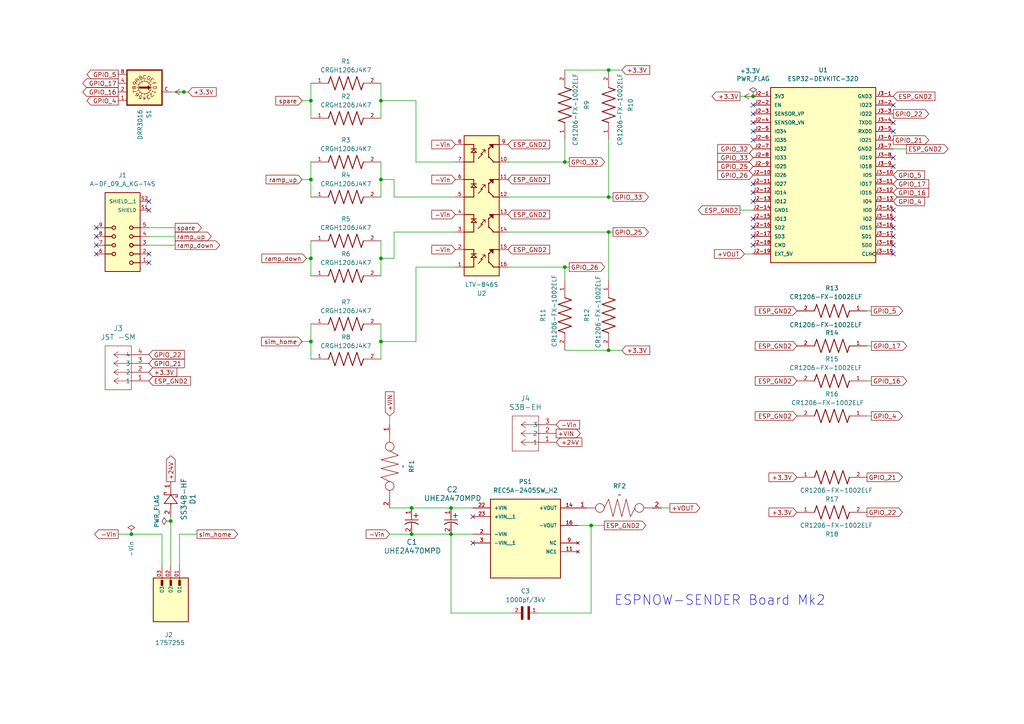
<source format=kicad_sch>
(kicad_sch (version 20250114) (generator "eeschema") (generator_version "9.0")
  (paper "A4")
  (lib_symbols
    (symbol "1757255:1757255" (pin_names (offset 1.016))
      (property "Reference" "J" (at -6.85 5.08 0))
      (property "Value" "1757255" (at -6.35 -7.62 0))
      (symbol "1757255_0_0"
        (pin passive line (at -10.16 2.54 0) (length 5.08) (name "01") (number "01"))
        (pin passive line (at -10.16 0 0) (length 5.08) (name "02") (number "02"))
        (pin passive line (at -10.16 -2.54 0) (length 5.08) (name "03") (number "03"))
      )
    )
    (symbol "CL31B106KAHNNNE:CL31B106KAHNNNE" (pin_names (offset 1.016))
      (property "Reference" "C" (at 0 3.81 0))
      (property "Value" "CL31B106KAHNNNE" (at 0 -5.08 0))
      (symbol "CL31B106KAHNNNE_0_0"
        (pin passive line (at -2.54 0 0) (length 2.54) (name "~") (number "2"))
        (pin passive line (at 5.08 0 180) (length 2.54) (name "~") (number "1"))
      )
    )
    (symbol "CR1206-FX-1002ELF:CR1206-FX-1002ELF" (pin_names (offset 1.016))
      (property "Reference" "R" (at -7.6244 2.5415 0))
      (property "Value" "CR1206-FX-1002ELF" (at -7.63 -5.0866 0))
      (symbol "CR1206-FX-1002ELF_0_0"
        (pin passive line (at -10.16 0 0) (length 5.08) (name "~") (number "1"))
        (pin passive line (at 10.16 0 180) (length 5.08) (name "~") (number "2"))
      )
    )
    (symbol "CRGH1206J4K7:CRGH1206J4K7" (pin_names (offset 1.016))
      (property "Reference" "R" (at -7.6244 2.5415 0))
      (property "Value" "CRGH1206J4K7" (at -7.63 -5.0866 0))
      (symbol "CRGH1206J4K7_0_0"
        (pin passive line (at -10.16 0 0) (length 5.08) (name "~") (number "1"))
        (pin passive line (at 10.16 0 180) (length 5.08) (name "~") (number "2"))
      )
    )
    (symbol "DRR3016:DRR3016" (pin_names (offset 1.016))
      (property "Reference" "S" (at -4.4499 -5.0856 90))
      (property "Value" "DRR3016" (at 8.9007 -5.0861 90))
      (symbol "DRR3016_0_0"
        (pin passive line (at -2.54 7.62 270) (length 2.54) (name "~") (number "1"))
        (pin passive line (at 0 7.62 270) (length 2.54) (name "~") (number "2"))
        (pin passive line (at 0 -7.62 90) (length 2.54) (name "~") (number "C"))
        (pin passive line (at 2.54 7.62 270) (length 2.54) (name "~") (number "4"))
        (pin passive line (at 5.08 7.62 270) (length 2.54) (name "~") (number "8"))
      )
    )
    (symbol "LTV-846S:LTV-846S" (pin_names (offset 1.016))
      (property "Reference" "U" (at -5.08 21.082 0))
      (property "Value" "LTV-846S" (at -5.08 -22.86 0))
      (symbol "LTV-846S_0_0"
        (pin passive line (at -7.62 17.78 0) (length 2.54) (name "~") (number "1"))
        (pin passive line (at -7.62 12.7 0) (length 2.54) (name "~") (number "2"))
        (pin passive line (at -7.62 7.62 0) (length 2.54) (name "~") (number "3"))
        (pin passive line (at -7.62 2.54 0) (length 2.54) (name "~") (number "4"))
        (pin passive line (at -7.62 -2.54 0) (length 2.54) (name "~") (number "5"))
        (pin passive line (at -7.62 -7.62 0) (length 2.54) (name "~") (number "6"))
        (pin passive line (at -7.62 -12.7 0) (length 2.54) (name "~") (number "7"))
        (pin passive line (at -7.62 -17.78 0) (length 2.54) (name "~") (number "8"))
        (pin passive line (at 7.62 17.78 180) (length 2.54) (name "~") (number "16"))
        (pin passive line (at 7.62 12.7 180) (length 2.54) (name "~") (number "15"))
        (pin passive line (at 7.62 7.62 180) (length 2.54) (name "~") (number "14"))
        (pin passive line (at 7.62 2.54 180) (length 2.54) (name "~") (number "13"))
        (pin passive line (at 7.62 -2.54 180) (length 2.54) (name "~") (number "12"))
        (pin passive line (at 7.62 -7.62 180) (length 2.54) (name "~") (number "11"))
        (pin passive line (at 7.62 -12.7 180) (length 2.54) (name "~") (number "10"))
        (pin passive line (at 7.62 -17.78 180) (length 2.54) (name "~") (number "9"))
      )
    )
    (symbol "custom_library:A-DF_09_A_KG-T4S" (pin_names (offset 1.016))
      (property "Reference" "J1" (at -1.524 -19.558 0))
      (property "Value" "A-DF_09_A_KG-T4S" (at -9.906 -16.256 0))
      (symbol "A-DF_09_A_KG-T4S_0_0"
        (pin passive line (at -7.62 7.62 0) (length 2.54) (name "~") (number "1"))
        (pin passive line (at -7.62 5.08 0) (length 2.54) (name "~") (number "2"))
        (pin passive line (at -7.62 2.54 0) (length 2.54) (name "~") (number "3"))
        (pin passive line (at -7.62 0 0) (length 2.54) (name "~") (number "4"))
        (pin passive line (at -7.62 -2.54 0) (length 2.54) (name "~") (number "5"))
        (pin passive line (at -7.62 -7.62 0) (length 2.54) (name "SHIELD") (number "S1"))
        (pin passive line (at -7.62 -10.16 0) (length 2.54) (name "SHIELD__1") (number "S2"))
        (pin power_out line (at 7.62 5.08 180) (length 2.54) (name "~") (number "6"))
        (pin power_out line (at 7.62 2.54 180) (length 2.54) (name "~") (number "7"))
        (pin power_out line (at 7.62 0 180) (length 2.54) (name "~") (number "8"))
        (pin power_out line (at 7.62 -2.54 180) (length 2.54) (name "~") (number "9"))
      )
    )
    (symbol "custom_library:ESP32-DEVKITC-32D" (pin_names (offset 1.016))
      (property "Reference" "U1" (at 0 30.48 0))
      (property "Value" "ESP32-DEVKITC-32D" (at 0 27.94 0))
      (symbol "ESP32-DEVKITC-32D_0_0"
        (pin power_in line (at -20.32 22.86 0) (length 5.08) (name "3V3") (number "J2-1"))
        (pin input line (at -20.32 20.32 0) (length 5.08) (name "EN") (number "J2-2"))
        (pin input line (at -20.32 17.78 0) (length 5.08) (name "SENSOR_VP") (number "J2-3"))
        (pin input line (at -20.32 15.24 0) (length 5.08) (name "SENSOR_VN") (number "J2-4"))
        (pin bidirectional line (at -20.32 12.7 0) (length 5.08) (name "IO34") (number "J2-5"))
        (pin bidirectional line (at -20.32 10.16 0) (length 5.08) (name "IO35") (number "J2-6"))
        (pin bidirectional line (at -20.32 7.62 0) (length 5.08) (name "IO32") (number "J2-7"))
        (pin bidirectional line (at -20.32 5.08 0) (length 5.08) (name "IO33") (number "J2-8"))
        (pin bidirectional line (at -20.32 2.54 0) (length 5.08) (name "IO25") (number "J2-9"))
        (pin bidirectional line (at -20.32 0 0) (length 5.08) (name "IO26") (number "J2-10"))
        (pin bidirectional line (at -20.32 -2.54 0) (length 5.08) (name "IO27") (number "J2-11"))
        (pin bidirectional line (at -20.32 -5.08 0) (length 5.08) (name "IO14") (number "J2-12"))
        (pin bidirectional line (at -20.32 -7.62 0) (length 5.08) (name "IO12") (number "J2-13"))
        (pin power_in line (at -20.32 -10.16 0) (length 5.08) (name "GND1") (number "J2-14"))
        (pin bidirectional line (at -20.32 -12.7 0) (length 5.08) (name "IO13") (number "J2-15"))
        (pin bidirectional line (at -20.32 -15.24 0) (length 5.08) (name "SD2") (number "J2-16"))
        (pin bidirectional line (at -20.32 -17.78 0) (length 5.08) (name "SD3") (number "J2-17"))
        (pin bidirectional line (at -20.32 -20.32 0) (length 5.08) (name "CMD") (number "J2-18"))
        (pin power_in line (at -20.32 -22.86 0) (length 5.08) (name "EXT_5V") (number "J2-19"))
        (pin power_in line (at 20.32 22.86 180) (length 5.08) (name "GND3") (number "J3-1"))
        (pin bidirectional line (at 20.32 20.32 180) (length 5.08) (name "IO23") (number "J3-2"))
        (pin bidirectional line (at 20.32 17.78 180) (length 5.08) (name "IO22") (number "J3-3"))
        (pin output line (at 20.32 15.24 180) (length 5.08) (name "TXD0") (number "J3-4"))
        (pin input line (at 20.32 12.7 180) (length 5.08) (name "RXD0") (number "J3-5"))
        (pin bidirectional line (at 20.32 10.16 180) (length 5.08) (name "IO21") (number "J3-6"))
        (pin power_out line (at 20.32 7.62 180) (length 5.08) (name "GND2") (number "J3-7"))
        (pin bidirectional line (at 20.32 5.08 180) (length 5.08) (name "IO19") (number "J3-8"))
        (pin bidirectional line (at 20.32 2.54 180) (length 5.08) (name "IO18") (number "J3-9"))
        (pin bidirectional line (at 20.32 0 180) (length 5.08) (name "IO5") (number "J3-10"))
        (pin bidirectional line (at 20.32 -2.54 180) (length 5.08) (name "IO17") (number "J3-11"))
        (pin bidirectional line (at 20.32 -5.08 180) (length 5.08) (name "IO16") (number "J3-12"))
        (pin bidirectional line (at 20.32 -7.62 180) (length 5.08) (name "IO4") (number "J3-13"))
        (pin bidirectional line (at 20.32 -10.16 180) (length 5.08) (name "IO0") (number "J3-14"))
        (pin bidirectional line (at 20.32 -12.7 180) (length 5.08) (name "IO2") (number "J3-15"))
        (pin bidirectional line (at 20.32 -15.24 180) (length 5.08) (name "IO15") (number "J3-16"))
        (pin bidirectional line (at 20.32 -17.78 180) (length 5.08) (name "SD1") (number "J3-17"))
        (pin bidirectional line (at 20.32 -20.32 180) (length 5.08) (name "SD0") (number "J3-18"))
        (pin input clock (at 20.32 -22.86 180) (length 5.08) (name "CLK") (number "J3-19"))
      )
    )
    (symbol "custom_library:JCT" (pin_names (offset 0.254))
      (property "Reference" "J3" (at 8.89 -15.24 0))
      (property "Value" "JCT" (at 8.89 -12.7 0))
      (symbol "JCT_1_1"
        (pin power_in line (at 0 0 0) (length 5.08) (name "1") (number "1"))
        (pin power_in line (at 0 -2.54 0) (length 5.08) (name "2") (number "2"))
        (pin input line (at 0 -5.08 0) (length 5.08) (name "3") (number "3"))
        (pin input line (at 0 -7.62 0) (length 5.08) (name "4") (number "4"))
      )
      (symbol "JCT_1_2"
        (pin unspecified line (at 0 0 0) (length 5.08) (name "1") (number "1"))
        (pin unspecified line (at 0 -2.54 0) (length 5.08) (name "2") (number "2"))
        (pin unspecified line (at 0 -5.08 0) (length 5.08) (name "3") (number "3"))
        (pin unspecified line (at 0 -7.62 0) (length 5.08) (name "4") (number "4"))
      )
    )
    (symbol "custom_library:REC5A-2405SW_H2" (pin_names (offset 1.016))
      (property "Reference" "PS1" (at 0 12.7 0))
      (property "Value" "REC5A-2405SW_H2" (at 0 10.16 0))
      (symbol "REC5A-2405SW_H2_0_0"
        (pin power_in line (at -15.24 5.08 0) (length 5.08) (name "+VIN") (number "22"))
        (pin input line (at -15.24 2.54 0) (length 5.08) (name "+VIN__1") (number "23"))
        (pin power_in line (at -15.24 -2.54 0) (length 5.08) (name "-VIN") (number "2"))
        (pin input line (at -15.24 -5.08 0) (length 5.08) (name "-VIN__1") (number "3"))
        (pin power_out line (at 15.24 5.08 180) (length 5.08) (name "+VOUT") (number "14"))
        (pin power_in line (at 15.24 0 180) (length 5.08) (name "-VOUT") (number "16"))
        (pin no_connect line (at 15.24 -5.08 180) (length 5.08) (name "NC") (number "9"))
        (pin no_connect line (at 15.24 -7.62 180) (length 5.08) (name "NC1") (number "11"))
      )
    )
    (symbol "custom_library:S3B-EH" (pin_names (offset 0.254))
      (property "Reference" "J" (at 8.89 6.35 0))
      (property "Value" "S3B-EH" (at 0 0 0))
      (symbol "S3B-EH_1_1"
        (pin power_in line (at 0 0 0) (length 5.08) (name "1") (number "1"))
        (pin power_out line (at 0 -2.54 0) (length 5.08) (name "2") (number "2"))
        (pin power_in line (at 0 -5.08 0) (length 5.08) (name "3") (number "3"))
      )
      (symbol "S3B-EH_1_2"
        (pin unspecified line (at 0 0 0) (length 5.08) (name "1") (number "1"))
        (pin unspecified line (at 0 -2.54 0) (length 5.08) (name "2") (number "2"))
        (pin unspecified line (at 0 -5.08 0) (length 5.08) (name "3") (number "3"))
      )
    )
    (symbol "custom_library:SS34B-HF" (pin_names (offset 0.254))
      (property "Reference" "D1" (at 10.16 7.112 0))
      (property "Value" "SS34B-HF" (at 10.922 4.318 0))
      (symbol "SS34B-HF_0_1"
        (pin power_in line (at 0 0 0) (length 2.54) (name "") (number "2"))
        (pin power_out line (at 10.16 0 180) (length 2.54) (name "") (number "1"))
      )
    )
    (symbol "custom_library:UHE2A470MPD" (pin_names (offset 0.254))
      (property "Reference" "C1" (at -5.334 -0.508 90))
      (property "Value" "UHE2A470MPD" (at -2.794 6.096 90))
      (symbol "UHE2A470MPD_1_1"
        (pin passive line (at 0 0 0) (length 2.54) (name "") (number "1"))
        (pin passive line (at 7.62 0 180) (length 2.54) (name "") (number "2"))
      )
      (symbol "UHE2A470MPD_1_2"
        (pin unspecified line (at 0 0 270) (length 2.54) (name "") (number "2"))
        (pin unspecified line (at 0 -7.62 90) (length 2.54) (name "") (number "1"))
      )
    )
    (symbol "custom_library:reset_fuse"
      (property "Reference" "RF1" (at -0.635 6.35 0))
      (property "Value" "~" (at -0.635 3.81 0))
      (symbol "reset_fuse_1_1"
        (pin power_in line (at -12.7 0 0) (length 2.54) (name "") (number "1"))
        (pin power_out line (at 11.43 0 180) (length 2.54) (name "") (number "2"))
      )
    )
    (symbol "power:+3.3V" (power) (pin_numbers (hide yes)) (pin_names (offset 0) (hide yes))
      (property "Value" "+3.3V" (at 0 3.556 0))
      (symbol "+3.3V_1_1"
        (pin power_in line (at 0 0 90) (length 0) (name "~") (number "1"))
      )
    )
    (symbol "power:PWR_FLAG" (power) (pin_numbers (hide yes)) (pin_names (offset 0) (hide yes))
      (property "Value" "PWR_FLAG" (at 0 3.81 0))
      (symbol "PWR_FLAG_0_0"
        (pin power_out line (at 0 0 90) (length 0) (name "~") (number "1"))
      )
    )
  )
  (text "ESPNOW-SENDER Board Mk2\n" (at 208.788 174.244 0) (effects (font (size 2.794 2.794))))
  (junction (at 176.53 67.31))
  (junction (at 130.81 154.94))
  (junction (at 110.49 99.06))
  (junction (at 90.17 99.06))
  (junction (at 176.53 101.6))
  (junction (at 119.38 154.94))
  (junction (at 110.49 74.93))
  (junction (at 53.34 26.67))
  (junction (at 38.1 154.94))
  (junction (at 90.17 74.93))
  (junction (at 163.83 46.99))
  (junction (at 90.17 52.07))
  (junction (at 90.17 29.21))
  (junction (at 176.53 20.32))
  (junction (at 110.49 52.07))
  (junction (at 171.45 152.4))
  (junction (at 176.53 57.15))
  (junction (at 130.81 147.32))
  (junction (at 110.49 29.21))
  (junction (at 119.38 147.32))
  (junction (at 49.53 151.13))
  (junction (at 163.83 77.47))
  (junction (at 218.44 27.94))
  (no_connect (at 43.18 76.2))
  (no_connect (at 259.08 71.12))
  (no_connect (at 259.08 48.26))
  (no_connect (at 218.44 30.48))
  (no_connect (at 218.44 68.58))
  (no_connect (at 259.08 38.1))
  (no_connect (at 218.44 71.12))
  (no_connect (at 218.44 55.88))
  (no_connect (at 218.44 35.56))
  (no_connect (at 43.18 73.66))
  (no_connect (at 259.08 68.58))
  (no_connect (at 259.08 60.96))
  (no_connect (at 259.08 45.72))
  (no_connect (at 218.44 53.34))
  (no_connect (at 259.08 63.5))
  (no_connect (at 259.08 35.56))
  (no_connect (at 27.94 71.12))
  (no_connect (at 259.08 66.04))
  (no_connect (at 218.44 58.42))
  (no_connect (at 259.08 73.66))
  (no_connect (at 27.94 66.04))
  (no_connect (at 259.08 30.48))
  (no_connect (at 218.44 40.64))
  (no_connect (at 218.44 38.1))
  (no_connect (at 43.18 58.42))
  (no_connect (at 218.44 63.5))
  (no_connect (at 137.16 149.86))
  (no_connect (at 218.44 33.02))
  (no_connect (at 43.18 60.96))
  (no_connect (at 27.94 68.58))
  (no_connect (at 137.16 157.48))
  (no_connect (at 218.44 66.04))
  (no_connect (at 27.94 73.66))
  (wire (pts (xy 113.03 123.19) (xy 113.03 120.65)))
  (wire (pts (xy 110.49 69.85) (xy 110.49 74.93)))
  (wire (pts (xy 191.77 147.32) (xy 194.31 147.32)))
  (wire (pts (xy 252.73 110.49) (xy 251.46 110.49)))
  (wire (pts (xy 38.1 154.94) (xy 34.29 154.94)))
  (wire (pts (xy 110.49 99.06) (xy 120.65 99.06)))
  (wire (pts (xy 54.61 26.67) (xy 53.34 26.67)))
  (wire (pts (xy 119.38 154.94) (xy 130.81 154.94)))
  (wire (pts (xy 114.3 74.93) (xy 114.3 67.31)))
  (wire (pts (xy 90.17 46.99) (xy 90.17 52.07)))
  (wire (pts (xy 167.64 152.4) (xy 171.45 152.4)))
  (wire (pts (xy 214.63 60.96) (xy 218.44 60.96)))
  (wire (pts (xy 171.45 177.8) (xy 171.45 152.4)))
  (wire (pts (xy 147.32 77.47) (xy 163.83 77.47)))
  (wire (pts (xy 130.81 177.8) (xy 148.59 177.8)))
  (wire (pts (xy 130.81 177.8) (xy 130.81 154.94)))
  (wire (pts (xy 114.3 57.15) (xy 132.08 57.15)))
  (wire (pts (xy 90.17 24.13) (xy 90.17 29.21)))
  (wire (pts (xy 176.53 67.31) (xy 176.53 81.28)))
  (wire (pts (xy 113.03 147.32) (xy 119.38 147.32)))
  (wire (pts (xy 176.53 67.31) (xy 177.8 67.31)))
  (wire (pts (xy 163.83 20.32) (xy 176.53 20.32)))
  (wire (pts (xy 46.99 163.83) (xy 46.99 154.94)))
  (wire (pts (xy 114.3 67.31) (xy 132.08 67.31)))
  (wire (pts (xy 252.73 90.17) (xy 251.46 90.17)))
  (wire (pts (xy 110.49 99.06) (xy 110.49 104.14)))
  (wire (pts (xy 110.49 93.98) (xy 110.49 99.06)))
  (wire (pts (xy 90.17 69.85) (xy 90.17 74.93)))
  (wire (pts (xy 156.21 177.8) (xy 171.45 177.8)))
  (wire (pts (xy 110.49 74.93) (xy 110.49 80.01)))
  (wire (pts (xy 88.9 74.93) (xy 90.17 74.93)))
  (wire (pts (xy 90.17 74.93) (xy 90.17 80.01)))
  (wire (pts (xy 163.83 40.64) (xy 163.83 46.99)))
  (wire (pts (xy 147.32 67.31) (xy 176.53 67.31)))
  (wire (pts (xy 252.73 120.65) (xy 251.46 120.65)))
  (wire (pts (xy 113.03 154.94) (xy 119.38 154.94)))
  (wire (pts (xy 87.63 52.07) (xy 90.17 52.07)))
  (wire (pts (xy 119.38 147.32) (xy 130.81 147.32)))
  (wire (pts (xy 90.17 93.98) (xy 90.17 99.06)))
  (wire (pts (xy 52.07 154.94) (xy 57.15 154.94)))
  (wire (pts (xy 215.9 73.66) (xy 218.44 73.66)))
  (wire (pts (xy 49.53 149.86) (xy 49.53 151.13)))
  (wire (pts (xy 120.65 46.99) (xy 132.08 46.99)))
  (wire (pts (xy 43.18 71.12) (xy 50.8 71.12)))
  (wire (pts (xy 110.49 29.21) (xy 110.49 34.29)))
  (wire (pts (xy 110.49 24.13) (xy 110.49 29.21)))
  (wire (pts (xy 110.49 74.93) (xy 114.3 74.93)))
  (wire (pts (xy 49.53 151.13) (xy 49.53 163.83)))
  (wire (pts (xy 163.83 81.28) (xy 163.83 77.47)))
  (wire (pts (xy 137.16 154.94) (xy 130.81 154.94)))
  (wire (pts (xy 46.99 154.94) (xy 38.1 154.94)))
  (wire (pts (xy 259.08 43.18) (xy 262.89 43.18)))
  (wire (pts (xy 53.34 26.67) (xy 49.53 26.67)))
  (wire (pts (xy 171.45 152.4) (xy 175.26 152.4)))
  (wire (pts (xy 90.17 99.06) (xy 90.17 104.14)))
  (wire (pts (xy 252.73 100.33) (xy 251.46 100.33)))
  (wire (pts (xy 52.07 154.94) (xy 52.07 163.83)))
  (wire (pts (xy 163.83 46.99) (xy 165.1 46.99)))
  (wire (pts (xy 87.63 99.06) (xy 90.17 99.06)))
  (wire (pts (xy 114.3 52.07) (xy 114.3 57.15)))
  (wire (pts (xy 110.49 52.07) (xy 114.3 52.07)))
  (wire (pts (xy 176.53 57.15) (xy 177.8 57.15)))
  (wire (pts (xy 163.83 77.47) (xy 165.1 77.47)))
  (wire (pts (xy 147.32 57.15) (xy 176.53 57.15)))
  (wire (pts (xy 176.53 20.32) (xy 180.34 20.32)))
  (wire (pts (xy 90.17 29.21) (xy 90.17 34.29)))
  (wire (pts (xy 43.18 66.04) (xy 50.8 66.04)))
  (wire (pts (xy 120.65 29.21) (xy 120.65 46.99)))
  (wire (pts (xy 90.17 52.07) (xy 90.17 57.15)))
  (wire (pts (xy 130.81 147.32) (xy 137.16 147.32)))
  (wire (pts (xy 110.49 46.99) (xy 110.49 52.07)))
  (wire (pts (xy 110.49 52.07) (xy 110.49 57.15)))
  (wire (pts (xy 120.65 99.06) (xy 120.65 77.47)))
  (wire (pts (xy 147.32 46.99) (xy 163.83 46.99)))
  (wire (pts (xy 110.49 29.21) (xy 120.65 29.21)))
  (wire (pts (xy 163.83 101.6) (xy 176.53 101.6)))
  (wire (pts (xy 176.53 40.64) (xy 176.53 57.15)))
  (wire (pts (xy 43.18 68.58) (xy 50.8 68.58)))
  (wire (pts (xy 176.53 101.6) (xy 180.34 101.6)))
  (wire (pts (xy 120.65 77.47) (xy 132.08 77.47)))
  (wire (pts (xy 214.63 27.94) (xy 218.44 27.94)))
  (wire (pts (xy 87.63 29.21) (xy 90.17 29.21)))
  (global_label "GPIO_32" (shape input) (at 218.44 43.18 180) (property "Intersheetrefs" "${INTERSHEET_REFS}" (effects (hide yes))))
  (global_label "ESP_GND2" (shape input) (at 147.32 41.91 0) (property "Intersheetrefs" "${INTERSHEET_REFS}" (effects (hide yes))))
  (global_label "+3.3V" (shape input) (at 231.14 148.59 180) (property "Intersheetrefs" "${INTERSHEET_REFS}" (effects (hide yes))))
  (global_label "spare" (shape input) (at 87.63 29.21 180) (property "Intersheetrefs" "${INTERSHEET_REFS}" (effects (hide yes))))
  (global_label "GPIO_22" (shape output) (at 259.08 33.02 0) (property "Intersheetrefs" "${INTERSHEET_REFS}" (effects (hide yes))))
  (global_label "-Vin" (shape input) (at 161.29 123.19 0) (property "Intersheetrefs" "${INTERSHEET_REFS}" (effects (hide yes))))
  (global_label "+3.3V" (shape output) (at 214.63 27.94 180) (property "Intersheetrefs" "${INTERSHEET_REFS}" (effects (hide yes))))
  (global_label "-Vin" (shape input) (at 132.08 41.91 180) (property "Intersheetrefs" "${INTERSHEET_REFS}" (effects (hide yes))))
  (global_label "ESP_GND2" (shape input) (at 147.32 52.07 0) (property "Intersheetrefs" "${INTERSHEET_REFS}" (effects (hide yes))))
  (global_label "spare" (shape output) (at 50.8 66.04 0) (property "Intersheetrefs" "${INTERSHEET_REFS}" (effects (hide yes))))
  (global_label "-Vin" (shape input) (at 132.08 52.07 180) (property "Intersheetrefs" "${INTERSHEET_REFS}" (effects (hide yes))))
  (global_label "GPIO_21" (shape output) (at 251.46 138.43 0) (property "Intersheetrefs" "${INTERSHEET_REFS}" (effects (hide yes))))
  (global_label "GPIO_4" (shape output) (at 34.29 29.21 180) (property "Intersheetrefs" "${INTERSHEET_REFS}" (effects (hide yes))))
  (global_label "+24V" (shape output) (at 49.53 139.7 90) (property "Intersheetrefs" "${INTERSHEET_REFS}" (effects (hide yes))))
  (global_label "GPIO_21" (shape input) (at 43.18 105.41 0) (property "Intersheetrefs" "${INTERSHEET_REFS}" (effects (hide yes))))
  (global_label "-Vin" (shape output) (at 34.29 154.94 180) (property "Intersheetrefs" "${INTERSHEET_REFS}" (effects (hide yes))))
  (global_label "ESP_GND2" (shape output) (at 175.26 152.4 0) (property "Intersheetrefs" "${INTERSHEET_REFS}" (effects (hide yes))))
  (global_label "ESP_GND2" (shape input) (at 231.14 110.49 180) (property "Intersheetrefs" "${INTERSHEET_REFS}" (effects (hide yes))))
  (global_label "+VIN" (shape output) (at 161.29 125.73 0) (property "Intersheetrefs" "${INTERSHEET_REFS}" (effects (hide yes))))
  (global_label "GPIO_5" (shape output) (at 34.29 21.59 180) (property "Intersheetrefs" "${INTERSHEET_REFS}" (effects (hide yes))))
  (global_label "ESP_GND2" (shape input) (at 259.08 27.94 0) (property "Intersheetrefs" "${INTERSHEET_REFS}" (effects (hide yes))))
  (global_label "ESP_GND2" (shape input) (at 147.32 72.39 0) (property "Intersheetrefs" "${INTERSHEET_REFS}" (effects (hide yes))))
  (global_label "sim_home" (shape input) (at 87.63 99.06 180) (property "Intersheetrefs" "${INTERSHEET_REFS}" (effects (hide yes))))
  (global_label "ESP_GND2" (shape output) (at 214.63 60.96 180) (property "Intersheetrefs" "${INTERSHEET_REFS}" (effects (hide yes))))
  (global_label "+VIN" (shape input) (at 113.03 120.65 90) (property "Intersheetrefs" "${INTERSHEET_REFS}" (effects (hide yes))))
  (global_label "GPIO_5" (shape input) (at 259.08 50.8 0) (property "Intersheetrefs" "${INTERSHEET_REFS}" (effects (hide yes))))
  (global_label "ramp_down" (shape output) (at 50.8 71.12 0) (property "Intersheetrefs" "${INTERSHEET_REFS}" (effects (hide yes))))
  (global_label "+24V" (shape input) (at 161.29 128.27 0) (property "Intersheetrefs" "${INTERSHEET_REFS}" (effects (hide yes))))
  (global_label "GPIO_25" (shape output) (at 177.8 67.31 0) (property "Intersheetrefs" "${INTERSHEET_REFS}" (effects (hide yes))))
  (global_label "GPIO_26" (shape input) (at 218.44 50.8 180) (property "Intersheetrefs" "${INTERSHEET_REFS}" (effects (hide yes))))
  (global_label "-Vin" (shape input) (at 113.03 154.94 180) (property "Intersheetrefs" "${INTERSHEET_REFS}" (effects (hide yes))))
  (global_label "GPIO_16" (shape input) (at 259.08 55.88 0) (property "Intersheetrefs" "${INTERSHEET_REFS}" (effects (hide yes))))
  (global_label "-Vin" (shape input) (at 132.08 72.39 180) (property "Intersheetrefs" "${INTERSHEET_REFS}" (effects (hide yes))))
  (global_label "+3.3V" (shape input) (at 180.34 20.32 0) (property "Intersheetrefs" "${INTERSHEET_REFS}" (effects (hide yes))))
  (global_label "GPIO_32" (shape output) (at 165.1 46.99 0) (property "Intersheetrefs" "${INTERSHEET_REFS}" (effects (hide yes))))
  (global_label "GPIO_5" (shape output) (at 252.73 90.17 0) (property "Intersheetrefs" "${INTERSHEET_REFS}" (effects (hide yes))))
  (global_label "GPIO_16" (shape output) (at 34.29 26.67 180) (property "Intersheetrefs" "${INTERSHEET_REFS}" (effects (hide yes))))
  (global_label "+3.3V" (shape input) (at 180.34 101.6 0) (property "Intersheetrefs" "${INTERSHEET_REFS}" (effects (hide yes))))
  (global_label "+3.3V" (shape input) (at 43.18 107.95 0) (property "Intersheetrefs" "${INTERSHEET_REFS}" (effects (hide yes))))
  (global_label "GPIO_25" (shape input) (at 218.44 48.26 180) (property "Intersheetrefs" "${INTERSHEET_REFS}" (effects (hide yes))))
  (global_label "-Vin" (shape input) (at 132.08 62.23 180) (property "Intersheetrefs" "${INTERSHEET_REFS}" (effects (hide yes))))
  (global_label "+VOUT" (shape output) (at 194.31 147.32 0) (property "Intersheetrefs" "${INTERSHEET_REFS}" (effects (hide yes))))
  (global_label "sim_home" (shape output) (at 57.15 154.94 0) (property "Intersheetrefs" "${INTERSHEET_REFS}" (effects (hide yes))))
  (global_label "GPIO_22" (shape output) (at 251.46 148.59 0) (property "Intersheetrefs" "${INTERSHEET_REFS}" (effects (hide yes))))
  (global_label "+VOUT" (shape input) (at 215.9 73.66 180) (property "Intersheetrefs" "${INTERSHEET_REFS}" (effects (hide yes))))
  (global_label "GPIO_22" (shape input) (at 43.18 102.87 0) (property "Intersheetrefs" "${INTERSHEET_REFS}" (effects (hide yes))))
  (global_label "ramp_down" (shape input) (at 88.9 74.93 180) (property "Intersheetrefs" "${INTERSHEET_REFS}" (effects (hide yes))))
  (global_label "GPIO_26" (shape output) (at 165.1 77.47 0) (property "Intersheetrefs" "${INTERSHEET_REFS}" (effects (hide yes))))
  (global_label "GPIO_4" (shape input) (at 259.08 58.42 0) (property "Intersheetrefs" "${INTERSHEET_REFS}" (effects (hide yes))))
  (global_label "GPIO_17" (shape output) (at 252.73 100.33 0) (property "Intersheetrefs" "${INTERSHEET_REFS}" (effects (hide yes))))
  (global_label "GPIO_33" (shape output) (at 177.8 57.15 0) (property "Intersheetrefs" "${INTERSHEET_REFS}" (effects (hide yes))))
  (global_label "+3.3V" (shape input) (at 54.61 26.67 0) (property "Intersheetrefs" "${INTERSHEET_REFS}" (effects (hide yes))))
  (global_label "ESP_GND2" (shape input) (at 231.14 90.17 180) (property "Intersheetrefs" "${INTERSHEET_REFS}" (effects (hide yes))))
  (global_label "ESP_GND2" (shape input) (at 43.18 110.49 0) (property "Intersheetrefs" "${INTERSHEET_REFS}" (effects (hide yes))))
  (global_label "ramp_up" (shape output) (at 50.8 68.58 0) (property "Intersheetrefs" "${INTERSHEET_REFS}" (effects (hide yes))))
  (global_label "ESP_GND2" (shape output) (at 262.89 43.18 0) (property "Intersheetrefs" "${INTERSHEET_REFS}" (effects (hide yes))))
  (global_label "GPIO_4" (shape output) (at 252.73 120.65 0) (property "Intersheetrefs" "${INTERSHEET_REFS}" (effects (hide yes))))
  (global_label "GPIO_21" (shape output) (at 259.08 40.64 0) (property "Intersheetrefs" "${INTERSHEET_REFS}" (effects (hide yes))))
  (global_label "ESP_GND2" (shape input) (at 231.14 100.33 180) (property "Intersheetrefs" "${INTERSHEET_REFS}" (effects (hide yes))))
  (global_label "GPIO_17" (shape output) (at 34.29 24.13 180) (property "Intersheetrefs" "${INTERSHEET_REFS}" (effects (hide yes))))
  (global_label "ramp_up" (shape input) (at 87.63 52.07 180) (property "Intersheetrefs" "${INTERSHEET_REFS}" (effects (hide yes))))
  (global_label "ESP_GND2" (shape input) (at 231.14 120.65 180) (property "Intersheetrefs" "${INTERSHEET_REFS}" (effects (hide yes))))
  (global_label "GPIO_33" (shape input) (at 218.44 45.72 180) (property "Intersheetrefs" "${INTERSHEET_REFS}" (effects (hide yes))))
  (global_label "+3.3V" (shape input) (at 231.14 138.43 180) (property "Intersheetrefs" "${INTERSHEET_REFS}" (effects (hide yes))))
  (global_label "ESP_GND2" (shape input) (at 147.32 62.23 0) (property "Intersheetrefs" "${INTERSHEET_REFS}" (effects (hide yes))))
  (global_label "GPIO_17" (shape input) (at 259.08 53.34 0) (property "Intersheetrefs" "${INTERSHEET_REFS}" (effects (hide yes))))
  (global_label "GPIO_16" (shape output) (at 252.73 110.49 0) (property "Intersheetrefs" "${INTERSHEET_REFS}" (effects (hide yes))))
  (symbol (lib_id "custom_library:JCT") (at 43.18 110.49 180) (unit 1)
    (property "Reference" "J3" (at 34.29 95.25 0) (effects (font (size 1.524 1.524))))
    (property "Value" "JST -SM" (at 34.29 97.79 0) (effects (font (size 1.524 1.524))))
    (property "Footprint" "footprints:CONN_BM04B-SRSS-TB_SPK" (effects (hide yes)))
    (property "Datasheet" "PRT-16766" (effects (hide yes)))
  )
  (symbol (lib_id "custom_library:A-DF_09_A_KG-T4S") (at 35.56 68.58 180) (unit 1)
    (property "Reference" "J1" (at 35.56 50.8 0))
    (property "Value" "A-DF_09_A_KG-T4S" (at 35.56 53.34 0))
    (property "Footprint" "footprints:ASSMANN_A-DF_09_A_KG-T4S" (effects (hide yes)))
    (property "PARTREV" "05" (effects (hide yes)))
    (property "MANUFACTURER" "Assmann WSW Components" (effects (hide yes)))
    (property "MAXIMUM_PACKAGE_HEIGHT" "12.8mm" (effects (hide yes)))
    (property "STANDARD" "Manufacturer Recommendations" (effects (hide yes)))
  )
  (symbol (lib_id "CRGH1206J4K7:CRGH1206J4K7") (at 100.33 34.29 0) (unit 1)
    (property "Reference" "R2" (at 100.33 27.94 0))
    (property "Value" "CRGH1206J4K7" (at 100.33 30.48 0))
    (property "Footprint" "footprints:RESC3115X65N" (effects (hide yes)))
  )
  (symbol (lib_id "custom_library:SS34B-HF") (at 49.53 149.86 90) (unit 1)
    (property "Reference" "D1" (at 55.88 144.78 0) (effects (font (size 1.524 1.524))))
    (property "Value" "SS34B-HF" (at 53.34 144.78 0) (effects (font (size 1.524 1.524))))
    (property "Footprint" "footprints:DO214AASMB_CIP-L" (effects (hide yes)))
    (property "Datasheet" "SS34B-HF" (effects (hide yes)))
  )
  (symbol (lib_id "CRGH1206J4K7:CRGH1206J4K7") (at 100.33 104.14 0) (unit 1)
    (property "Reference" "R8" (at 100.33 97.79 0))
    (property "Value" "CRGH1206J4K7" (at 100.33 100.33 0))
    (property "Footprint" "footprints:RESC3115X65N" (effects (hide yes)))
  )
  (symbol (lib_id "CL31B106KAHNNNE:CL31B106KAHNNNE") (at 151.13 177.8 0) (unit 1)
    (property "Reference" "C3" (at 152.4 171.45 0))
    (property "Value" "1000pf/3kV" (at 152.4 173.99 0))
    (property "Footprint" "footprints:CAPC3216X180N" (effects (hide yes)))
  )
  (symbol (lib_id "CR1206-FX-1002ELF:CR1206-FX-1002ELF") (at 176.53 91.44 270) (unit 1)
    (property "Reference" "R12" (at 170.18 91.44 0))
    (property "Value" "CR1206-FX-1002ELF" (at 173.482 90.424 0))
    (property "Footprint" "footprints:RESC3216X75N" (effects (hide yes)))
  )
  (symbol (lib_id "CR1206-FX-1002ELF:CR1206-FX-1002ELF") (at 241.3 90.17 180) (unit 1)
    (property "Reference" "R14" (at 241.3 96.52 0))
    (property "Value" "CR1206-FX-1002ELF" (at 239.522 86.106 0))
    (property "Footprint" "footprints:RESC3216X75N" (effects (hide yes)))
  )
  (symbol (lib_id "power:+3.3V") (at 53.34 26.67 90) (unit 1)
    (property "Reference" "#PWR013" (effects (hide yes)))
    (property "Value" "+3.3V" (effects (hide yes)))
    (property "Description" "Power symbol creates a global label with name \"+3.3V\"" (effects (hide yes)))
  )
  (symbol (lib_id "CRGH1206J4K7:CRGH1206J4K7") (at 100.33 24.13 0) (unit 1)
    (property "Reference" "R1" (at 100.33 17.78 0))
    (property "Value" "CRGH1206J4K7" (at 100.33 20.32 0))
    (property "Footprint" "footprints:RESC3115X65N" (effects (hide yes)))
  )
  (symbol (lib_id "CR1206-FX-1002ELF:CR1206-FX-1002ELF") (at 241.3 120.65 180) (unit 1)
    (property "Reference" "R16" (at 241.3 114.3 0))
    (property "Value" "CR1206-FX-1002ELF" (at 240.03 116.84 0))
    (property "Footprint" "footprints:RESC3216X75N" (effects (hide yes)))
  )
  (symbol (lib_id "CR1206-FX-1002ELF:CR1206-FX-1002ELF") (at 163.83 91.44 270) (unit 1)
    (property "Reference" "R11" (at 157.48 91.44 0))
    (property "Value" "CR1206-FX-1002ELF" (at 160.782 90.17 0))
    (property "Footprint" "footprints:RESC3216X75N" (effects (hide yes)))
  )
  (symbol (lib_id "power:+3.3V") (at 218.44 27.94 90) (unit 1)
    (property "Reference" "#PWR03" (effects (hide yes)))
    (property "Value" "+3.3V" (at 220.472 20.574 90) (effects (justify left)))
    (property "Description" "Power symbol creates a global label with name \"+3.3V\"" (effects (hide yes)))
  )
  (symbol (lib_id "CRGH1206J4K7:CRGH1206J4K7") (at 100.33 57.15 0) (unit 1)
    (property "Reference" "R4" (at 100.33 50.8 0))
    (property "Value" "CRGH1206J4K7" (at 100.33 53.34 0))
    (property "Footprint" "footprints:RESC3015X65N" (effects (hide yes)))
  )
  (symbol (lib_id "custom_library:UHE2A470MPD") (at 119.38 147.32 270) (unit 1)
    (property "Reference" "C1" (at 117.856 157.226 90) (effects (font (size 1.524 1.524)) (justify left)))
    (property "Value" "UHE2A470MPD" (at 111.252 159.766 90) (effects (font (size 1.524 1.524)) (justify left)))
    (property "Footprint" "footprints:PCAP_10x12_5-THRU-ELECT_NCA" (effects (hide yes)))
    (property "Datasheet" "UHE2A470MPD" (effects (hide yes)))
  )
  (symbol (lib_id "custom_library:UHE2A470MPD") (at 130.81 147.32 270) (unit 1)
    (property "Reference" "C2" (at 129.54 141.986 90) (effects (font (size 1.524 1.524)) (justify left)))
    (property "Value" "UHE2A470MPD" (at 122.936 144.526 90) (effects (font (size 1.524 1.524)) (justify left)))
    (property "Footprint" "footprints:PCAP_10x12_5-THRU-ELECT_NCA" (effects (hide yes)))
    (property "Datasheet" "UHE2A470MPD" (effects (hide yes)))
  )
  (symbol (lib_id "CR1206-FX-1002ELF:CR1206-FX-1002ELF") (at 176.53 30.48 90) (unit 1)
    (property "Reference" "R10" (at 182.88 30.48 0))
    (property "Value" "CR1206-FX-1002ELF" (at 179.832 31.75 0))
    (property "Footprint" "footprints:RESC3216X75N" (effects (hide yes)))
  )
  (symbol (lib_id "power:PWR_FLAG") (at 218.44 27.94 0) (unit 1)
    (property "Reference" "#FLG04" (effects (hide yes)))
    (property "Value" "PWR_FLAG" (at 218.44 22.86 0))
    (property "Description" "Special symbol for telling ERC where power comes from" (effects (hide yes)))
  )
  (symbol (lib_id "power:PWR_FLAG") (at 38.1 154.94 0) (unit 1)
    (property "Reference" "#FLG01" (effects (hide yes)))
    (property "Value" "-Vin" (at 38.1 161.544 90) (effects (justify left)))
    (property "Description" "Special symbol for telling ERC where power comes from" (effects (hide yes)))
  )
  (symbol (lib_id "1757255:1757255") (at 49.53 173.99 270) (unit 1)
    (property "Reference" "J2" (at 47.752 184.15 90) (effects (justify left)))
    (property "Value" "1757255" (at 44.958 186.436 90) (effects (justify left)))
    (property "Footprint" "footprints:PHOENIX_1757255" (effects (hide yes)))
    (property "PARTREV" "28.07.2023" (effects (hide yes)))
    (property "STANDARD" "Manufacturer Recommendations" (effects (hide yes)))
    (property "MANUFACTURER" "Phoenix Contact" (effects (hide yes)))
  )
  (symbol (lib_id "CR1206-FX-1002ELF:CR1206-FX-1002ELF") (at 241.3 148.59 0) (unit 1)
    (property "Reference" "R18" (at 241.3 154.94 0))
    (property "Value" "CR1206-FX-1002ELF" (at 242.57 152.4 0))
    (property "Footprint" "footprints:RESC3216X75N" (effects (hide yes)))
  )
  (symbol (lib_id "custom_library:ESP32-DEVKITC-32D") (at 238.76 50.8 0) (unit 1)
    (property "Reference" "U1" (at 238.76 20.32 0))
    (property "Value" "ESP32-DEVKITC-32D" (at 238.76 22.86 0))
    (property "Footprint" "footprints:MODULE_ESP32-DEVKITC-32D" (effects (hide yes)))
    (property "MF" "Espressif Systems" (effects (hide yes)))
    (property "MAXIMUM_PACKAGE_HEIGHT" "N/A" (effects (hide yes)))
    (property "Package" "None" (effects (hide yes)))
    (property "Price" "None" (effects (hide yes)))
    (property "Check_prices" "https://www.snapeda.com/parts/ESP32-DEVKITC-32D/Espressif+Systems/view-part/?ref=eda" (effects (hide yes)))
    (property "STANDARD" "Manufacturer Recommendations" (effects (hide yes)))
    (property "PARTREV" "V4" (effects (hide yes)))
    (property "SnapEDA_Link" "https://www.snapeda.com/parts/ESP32-DEVKITC-32D/Espressif+Systems/view-part/?ref=snap" (effects (hide yes)))
    (property "MP" "ESP32-DEVKITC-32D" (effects (hide yes)))
    (property "Description_1" "WiFi Development Tools (802.11) ESP32 General Development Kit, ESP32-WROOM-32D on the board" (effects (hide yes)))
    (property "MANUFACTURER" "Espressif Systems" (effects (hide yes)))
    (property "Availability" "In Stock" (effects (hide yes)))
    (property "SNAPEDA_PN" "ESP32-DEVKITC-32D" (effects (hide yes)))
  )
  (symbol (lib_id "DRR3016:DRR3016") (at 41.91 26.67 90) (unit 1)
    (property "Reference" "S1" (at 43.1801 31.75 0) (effects (justify right)))
    (property "Value" "DRR3016" (at 40.6401 31.75 0) (effects (justify right)))
    (property "Footprint" "footprints:DRR3010" (effects (hide yes)))
    (property "MF" "Knitter Switch" (effects (hide yes)))
    (property "Description_1" "Dip Switch Hexadecimal 16 Position Through Hole, Right Angle Rotary for Tool Actuator 30mA 15VDC" (effects (hide yes)))
    (property "Package" "None" (effects (hide yes)))
    (property "MPN" "DRR3016" (effects (hide yes)))
    (property "Price" "None" (effects (hide yes)))
    (property "OC_FARNELL" "9810439" (effects (hide yes)))
    (property "SnapEDA_Link" "https://www.snapeda.com/parts/DRR3016/Knitter+Switch/view-part/?ref=snap" (effects (hide yes)))
    (property "MP" "DRR3016" (effects (hide yes)))
    (property "OC_NEWARK" "96K8699" (effects (hide yes)))
    (property "Availability" "In Stock" (effects (hide yes)))
    (property "Check_prices" "https://www.snapeda.com/parts/DRR3016/Knitter+Switch/view-part/?ref=eda" (effects (hide yes)))
  )
  (symbol (lib_id "CRGH1206J4K7:CRGH1206J4K7") (at 100.33 80.01 0) (unit 1)
    (property "Reference" "R6" (at 100.33 73.66 0))
    (property "Value" "CRGH1206J4K7" (at 100.33 76.2 0))
    (property "Footprint" "footprints:RESC3115X65N" (effects (hide yes)))
  )
  (symbol (lib_id "CRGH1206J4K7:CRGH1206J4K7") (at 100.33 69.85 0) (unit 1)
    (property "Reference" "R5" (at 100.33 63.5 0))
    (property "Value" "CRGH1206J4K7" (at 100.33 66.04 0))
    (property "Footprint" "footprints:RESC3115X65N" (effects (hide yes)))
  )
  (symbol (lib_id "CR1206-FX-1002ELF:CR1206-FX-1002ELF") (at 241.3 110.49 180) (unit 1)
    (property "Reference" "R15" (at 241.3 104.14 0))
    (property "Value" "CR1206-FX-1002ELF" (at 239.522 106.68 0))
    (property "Footprint" "footprints:RESC3216X75N" (effects (hide yes)))
  )
  (symbol (lib_id "LTV-846S:LTV-846S") (at 139.7 59.69 0) (mirror x) (unit 1)
    (property "Reference" "U2" (at 139.7 85.09 0))
    (property "Value" "LTV-846S" (at 139.7 82.55 0))
    (property "Footprint" "footprints:SOIC254P1016X460-16N" (effects (hide yes)))
    (property "PARTREV" "H" (effects (hide yes)))
    (property "MANUFACTURER" "Lite-on" (effects (hide yes)))
    (property "MAXIMUM_PACKAGE_HEIGHT" "4.6mm" (effects (hide yes)))
    (property "STANDARD" "IPC-7351B" (effects (hide yes)))
  )
  (symbol (lib_id "CRGH1206J4K7:CRGH1206J4K7") (at 100.33 93.98 0) (unit 1)
    (property "Reference" "R7" (at 100.33 87.63 0))
    (property "Value" "CRGH1206J4K7" (at 100.33 90.17 0))
    (property "Footprint" "footprints:RESC3115X65N" (effects (hide yes)))
  )
  (symbol (lib_id "custom_library:reset_fuse") (at 113.03 135.89 270) (unit 1)
    (property "Reference" "RF1" (at 119.38 135.255 0))
    (property "Value" "~" (at 116.84 135.255 0))
    (property "Footprint" "footprints:PTC_RESET_FUSE" (effects (hide yes)))
  )
  (symbol (lib_id "CRGH1206J4K7:CRGH1206J4K7") (at 100.33 46.99 0) (unit 1)
    (property "Reference" "R3" (at 100.33 40.64 0))
    (property "Value" "CRGH1206J4K7" (at 100.33 43.18 0))
    (property "Footprint" "footprints:RESC3115X65N" (effects (hide yes)))
  )
  (symbol (lib_id "custom_library:reset_fuse") (at 180.34 147.32 0) (unit 1)
    (property "Reference" "RF2" (at 179.705 140.97 0))
    (property "Value" "~" (at 179.705 143.51 0))
    (property "Footprint" "footprints:PTC_RESET_FUSE" (effects (hide yes)))
  )
  (symbol (lib_id "CR1206-FX-1002ELF:CR1206-FX-1002ELF") (at 241.3 138.43 0) (unit 1)
    (property "Reference" "R17" (at 241.3 144.78 0))
    (property "Value" "CR1206-FX-1002ELF" (at 242.57 142.24 0))
    (property "Footprint" "footprints:RESC3216X75N" (effects (hide yes)))
  )
  (symbol (lib_id "CR1206-FX-1002ELF:CR1206-FX-1002ELF") (at 241.3 100.33 180) (unit 1)
    (property "Reference" "R13" (at 241.3 83.566 0))
    (property "Value" "CR1206-FX-1002ELF" (at 239.522 94.234 0))
    (property "Footprint" "footprints:RESC3216X75N" (effects (hide yes)))
  )
  (symbol (lib_id "CR1206-FX-1002ELF:CR1206-FX-1002ELF") (at 163.83 30.48 90) (unit 1)
    (property "Reference" "R9" (at 170.18 30.48 0))
    (property "Value" "CR1206-FX-1002ELF" (at 166.878 31.75 0))
    (property "Footprint" "footprints:RESC3216X75N" (effects (hide yes)))
  )
  (symbol (lib_id "power:PWR_FLAG") (at 49.53 151.13 90) (unit 1)
    (property "Reference" "#FLG02" (effects (hide yes)))
    (property "Value" "PWR_FLAG" (at 45.466 148.336 0))
    (property "Description" "Special symbol for telling ERC where power comes from" (effects (hide yes)))
  )
  (symbol (lib_id "custom_library:REC5A-2405SW_H2") (at 152.4 152.4 0) (unit 1)
    (property "Reference" "PS1" (at 152.4 139.7 0))
    (property "Value" "REC5A-2405SW_H2" (at 152.4 142.24 0))
    (property "Footprint" "footprints:CONV_REC5A-2405SW_H2" (effects (hide yes)))
    (property "PARTREV" "N/A" (effects (hide yes)))
    (property "STANDARD" "Manufacturer Recommendations" (effects (hide yes)))
    (property "MAXIMUM_PACKAGE_HEIGHT" "10.20mm" (effects (hide yes)))
    (property "MANUFACTURER" "RECOM" (effects (hide yes)))
  )
  (symbol (lib_id "custom_library:S3B-EH") (at 161.29 128.27 180) (unit 1)
    (property "Reference" "J4" (at 152.4 115.57 0) (effects (font (size 1.524 1.524))))
    (property "Value" "S3B-EH" (at 152.4 118.11 0) (effects (font (size 1.524 1.524))))
    (property "Footprint" "footprints:CONN_S3B-EH_JST" (effects (hide yes)))
    (property "Datasheet" "S3B-EH" (effects (hide yes)))
  )
)
</source>
